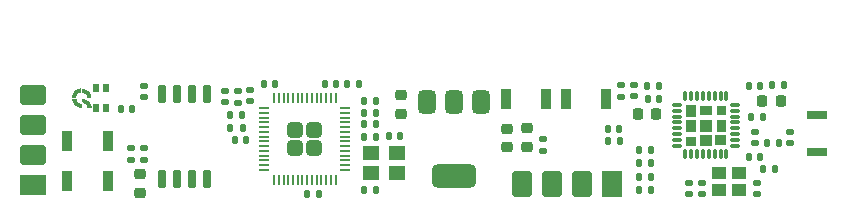
<source format=gbr>
%TF.GenerationSoftware,KiCad,Pcbnew,8.0.4*%
%TF.CreationDate,2024-09-10T00:37:33+02:00*%
%TF.ProjectId,ESP32_PICO_LED,45535033-325f-4504-9943-4f5f4c45442e,rev?*%
%TF.SameCoordinates,Original*%
%TF.FileFunction,Paste,Top*%
%TF.FilePolarity,Positive*%
%FSLAX46Y46*%
G04 Gerber Fmt 4.6, Leading zero omitted, Abs format (unit mm)*
G04 Created by KiCad (PCBNEW 8.0.4) date 2024-09-10 00:37:33*
%MOMM*%
%LPD*%
G01*
G04 APERTURE LIST*
G04 Aperture macros list*
%AMRoundRect*
0 Rectangle with rounded corners*
0 $1 Rounding radius*
0 $2 $3 $4 $5 $6 $7 $8 $9 X,Y pos of 4 corners*
0 Add a 4 corners polygon primitive as box body*
4,1,4,$2,$3,$4,$5,$6,$7,$8,$9,$2,$3,0*
0 Add four circle primitives for the rounded corners*
1,1,$1+$1,$2,$3*
1,1,$1+$1,$4,$5*
1,1,$1+$1,$6,$7*
1,1,$1+$1,$8,$9*
0 Add four rect primitives between the rounded corners*
20,1,$1+$1,$2,$3,$4,$5,0*
20,1,$1+$1,$4,$5,$6,$7,0*
20,1,$1+$1,$6,$7,$8,$9,0*
20,1,$1+$1,$8,$9,$2,$3,0*%
%AMFreePoly0*
4,1,48,0.445355,0.365355,0.460000,0.330000,0.460000,0.080000,0.445355,0.044645,0.425811,0.032566,0.395811,0.022566,0.388220,0.020680,0.330185,0.011007,0.297451,0.002824,0.262361,-0.014721,0.206394,-0.042704,0.172840,-0.067870,0.145355,-0.095355,0.100090,-0.140619,0.065404,-0.201320,0.038048,-0.274269,0.018809,-0.360847,-0.003156,-0.392183,-0.030000,-0.400000,-0.280000,-0.400000,
-0.315355,-0.385355,-0.330000,-0.350000,-0.329320,-0.341780,-0.299320,-0.161780,-0.296816,-0.152444,-0.266816,-0.072444,-0.264721,-0.067639,-0.244721,-0.027639,-0.240000,-0.020000,-0.210837,0.018884,-0.151603,0.107735,-0.145355,0.115355,-0.065355,0.195355,-0.061235,0.199043,-0.011235,0.239043,-0.005725,0.242875,0.044275,0.272875,0.047639,0.274721,0.127639,0.314721,0.130304,0.315957,
0.200304,0.345957,0.204189,0.347434,0.264189,0.367434,0.271780,0.369320,0.331780,0.379320,0.340000,0.380000,0.410000,0.380000,0.445355,0.365355,0.445355,0.365355,$1*%
%AMFreePoly1*
4,1,46,-0.054645,0.445355,-0.042566,0.425811,-0.032566,0.395811,-0.030680,0.388220,-0.021007,0.330185,-0.012824,0.297451,0.004721,0.262361,0.032704,0.206394,0.057870,0.172840,0.085355,0.145355,0.130619,0.100090,0.191320,0.065404,0.264269,0.038048,0.350847,0.018809,0.382183,-0.003156,0.390000,-0.030000,0.390000,-0.280000,0.375355,-0.315355,0.340000,-0.330000,0.331780,-0.329320,
0.151780,-0.299320,0.140304,-0.295957,0.070885,-0.266206,0.021430,-0.246424,0.010000,-0.240000,-0.028884,-0.210837,-0.117735,-0.151603,-0.125355,-0.145355,-0.205355,-0.065355,-0.209043,-0.061235,-0.249043,-0.011235,-0.252875,-0.005725,-0.282875,0.044275,-0.284721,0.047639,-0.324721,0.127639,-0.325957,0.130304,-0.355957,0.200304,-0.359320,0.211780,-0.368675,0.267914,-0.387434,0.324189,
-0.390000,0.340000,-0.390000,0.410000,-0.375355,0.445355,-0.340000,0.460000,-0.090000,0.460000,-0.054645,0.445355,-0.054645,0.445355,$1*%
%AMFreePoly2*
4,1,49,-0.331780,0.329320,-0.212320,0.309410,-0.142929,0.299497,-0.130304,0.295957,-0.060304,0.265957,-0.057639,0.264721,-0.017639,0.244721,-0.010000,0.240000,0.028884,0.210837,0.117735,0.151603,0.125355,0.145355,0.205355,0.065355,0.209043,0.061235,0.249043,0.011235,0.252875,0.005725,0.281550,-0.042066,0.310000,-0.080000,0.318507,-0.097873,0.327535,-0.133987,0.355957,-0.200304,
0.357434,-0.204189,0.377434,-0.264189,0.379320,-0.271780,0.389320,-0.331780,0.390000,-0.340000,0.390000,-0.410000,0.375355,-0.445355,0.340000,-0.460000,0.090000,-0.460000,0.054645,-0.445355,0.042566,-0.425811,0.032566,-0.395811,0.030680,-0.388220,0.021007,-0.330185,0.011493,-0.292127,0.003593,-0.260530,-0.030837,-0.208884,-0.057870,-0.172840,-0.085355,-0.145355,-0.130619,-0.100090,
-0.191320,-0.065404,-0.264886,-0.037817,-0.342127,-0.018507,-0.372875,0.004275,-0.379960,0.028002,-0.389960,0.278002,-0.376740,0.313914,-0.341998,0.329960,-0.331780,0.329320,-0.331780,0.329320,$1*%
%AMFreePoly3*
4,1,48,0.315355,0.375355,0.330000,0.340000,0.329320,0.331780,0.299320,0.151780,0.296816,0.142444,0.266816,0.062444,0.264721,0.057639,0.244721,0.017639,0.240000,0.010000,0.210837,-0.028884,0.151603,-0.117735,0.145355,-0.125355,0.065355,-0.205355,0.061235,-0.209043,0.011235,-0.249043,0.005725,-0.252875,-0.044275,-0.282875,-0.047639,-0.284721,-0.127639,-0.324721,-0.130304,-0.325957,
-0.200304,-0.355957,-0.204189,-0.357434,-0.264189,-0.377434,-0.271780,-0.379320,-0.331780,-0.389320,-0.340000,-0.390000,-0.410000,-0.390000,-0.445355,-0.375355,-0.460000,-0.340000,-0.460000,-0.090000,-0.445355,-0.054645,-0.425811,-0.042566,-0.395811,-0.032566,-0.388220,-0.030680,-0.330185,-0.021007,-0.297451,-0.012824,-0.262361,0.004721,-0.206394,0.032704,-0.172840,0.057870,-0.145355,0.085355,
-0.100090,0.130619,-0.065404,0.191320,-0.038048,0.264269,-0.018809,0.350847,0.003156,0.382183,0.030000,0.390000,0.280000,0.390000,0.315355,0.375355,0.315355,0.375355,$1*%
G04 Aperture macros list end*
%ADD10C,0.010000*%
%ADD11R,1.150000X1.000000*%
%ADD12R,0.900000X1.700000*%
%ADD13RoundRect,0.150000X0.150000X-0.650000X0.150000X0.650000X-0.150000X0.650000X-0.150000X-0.650000X0*%
%ADD14RoundRect,0.135000X-0.135000X-0.185000X0.135000X-0.185000X0.135000X0.185000X-0.135000X0.185000X0*%
%ADD15R,1.700000X2.200000*%
%ADD16RoundRect,0.300000X-0.550000X0.800000X-0.550000X-0.800000X0.550000X-0.800000X0.550000X0.800000X0*%
%ADD17RoundRect,0.218750X-0.256250X0.218750X-0.256250X-0.218750X0.256250X-0.218750X0.256250X0.218750X0*%
%ADD18RoundRect,0.135000X0.135000X0.185000X-0.135000X0.185000X-0.135000X-0.185000X0.135000X-0.185000X0*%
%ADD19RoundRect,0.218750X0.256250X-0.218750X0.256250X0.218750X-0.256250X0.218750X-0.256250X-0.218750X0*%
%ADD20RoundRect,0.135000X-0.185000X0.135000X-0.185000X-0.135000X0.185000X-0.135000X0.185000X0.135000X0*%
%ADD21RoundRect,0.140000X-0.140000X-0.170000X0.140000X-0.170000X0.140000X0.170000X-0.140000X0.170000X0*%
%ADD22R,0.530000X0.730000*%
%ADD23FreePoly0,270.000000*%
%ADD24FreePoly1,270.000000*%
%ADD25FreePoly2,270.000000*%
%ADD26FreePoly3,270.000000*%
%ADD27RoundRect,0.225000X0.225000X0.250000X-0.225000X0.250000X-0.225000X-0.250000X0.225000X-0.250000X0*%
%ADD28RoundRect,0.140000X0.170000X-0.140000X0.170000X0.140000X-0.170000X0.140000X-0.170000X-0.140000X0*%
%ADD29RoundRect,0.135000X0.185000X-0.135000X0.185000X0.135000X-0.185000X0.135000X-0.185000X-0.135000X0*%
%ADD30RoundRect,0.033750X0.371250X0.101250X-0.371250X0.101250X-0.371250X-0.101250X0.371250X-0.101250X0*%
%ADD31RoundRect,0.033750X0.101250X0.371250X-0.101250X0.371250X-0.101250X-0.371250X0.101250X-0.371250X0*%
%ADD32R,1.400000X1.200000*%
%ADD33R,2.200000X1.700000*%
%ADD34RoundRect,0.300000X0.800000X0.550000X-0.800000X0.550000X-0.800000X-0.550000X0.800000X-0.550000X0*%
%ADD35RoundRect,0.140000X0.140000X0.170000X-0.140000X0.170000X-0.140000X-0.170000X0.140000X-0.170000X0*%
%ADD36RoundRect,0.225000X-0.250000X0.225000X-0.250000X-0.225000X0.250000X-0.225000X0.250000X0.225000X0*%
%ADD37RoundRect,0.249999X0.395001X-0.395001X0.395001X0.395001X-0.395001X0.395001X-0.395001X-0.395001X0*%
%ADD38RoundRect,0.050000X0.050000X-0.387500X0.050000X0.387500X-0.050000X0.387500X-0.050000X-0.387500X0*%
%ADD39RoundRect,0.050000X0.387500X-0.050000X0.387500X0.050000X-0.387500X0.050000X-0.387500X-0.050000X0*%
%ADD40RoundRect,0.147500X-0.147500X-0.172500X0.147500X-0.172500X0.147500X0.172500X-0.147500X0.172500X0*%
%ADD41RoundRect,0.218750X0.218750X0.256250X-0.218750X0.256250X-0.218750X-0.256250X0.218750X-0.256250X0*%
%ADD42RoundRect,0.225000X0.250000X-0.225000X0.250000X0.225000X-0.250000X0.225000X-0.250000X-0.225000X0*%
%ADD43RoundRect,0.147500X0.172500X-0.147500X0.172500X0.147500X-0.172500X0.147500X-0.172500X-0.147500X0*%
%ADD44RoundRect,0.375000X-0.375000X0.625000X-0.375000X-0.625000X0.375000X-0.625000X0.375000X0.625000X0*%
%ADD45RoundRect,0.500000X-1.400000X0.500000X-1.400000X-0.500000X1.400000X-0.500000X1.400000X0.500000X0*%
%ADD46R,1.660000X0.800000*%
%ADD47RoundRect,0.140000X-0.170000X0.140000X-0.170000X-0.140000X0.170000X-0.140000X0.170000X0.140000X0*%
G04 APERTURE END LIST*
D10*
%TO.C,U5*%
X164650000Y-78950000D02*
X163950000Y-78950000D01*
X163950000Y-78050000D01*
X164650000Y-78050000D01*
X164650000Y-78950000D01*
G36*
X164650000Y-78950000D02*
G01*
X163950000Y-78950000D01*
X163950000Y-78050000D01*
X164650000Y-78050000D01*
X164650000Y-78950000D01*
G37*
X164650000Y-80200000D02*
X163950000Y-80200000D01*
X163950000Y-79300000D01*
X164650000Y-79300000D01*
X164650000Y-80200000D01*
G36*
X164650000Y-80200000D02*
G01*
X163950000Y-80200000D01*
X163950000Y-79300000D01*
X164650000Y-79300000D01*
X164650000Y-80200000D01*
G37*
X164700000Y-81400000D02*
X163900000Y-81400000D01*
X163900000Y-80700000D01*
X164700000Y-80700000D01*
X164700000Y-81400000D01*
G36*
X164700000Y-81400000D02*
G01*
X163900000Y-81400000D01*
X163900000Y-80700000D01*
X164700000Y-80700000D01*
X164700000Y-81400000D01*
G37*
X166050000Y-78800000D02*
X165150000Y-78800000D01*
X165150000Y-78100000D01*
X166050000Y-78100000D01*
X166050000Y-78800000D01*
G36*
X166050000Y-78800000D02*
G01*
X165150000Y-78800000D01*
X165150000Y-78100000D01*
X166050000Y-78100000D01*
X166050000Y-78800000D01*
G37*
X166050000Y-80200000D02*
X165150000Y-80200000D01*
X165150000Y-79300000D01*
X166050000Y-79300000D01*
X166050000Y-80200000D01*
G36*
X166050000Y-80200000D02*
G01*
X165150000Y-80200000D01*
X165150000Y-79300000D01*
X166050000Y-79300000D01*
X166050000Y-80200000D01*
G37*
X166050000Y-81400000D02*
X165150000Y-81400000D01*
X165150000Y-80600000D01*
X166050000Y-80600000D01*
X166050000Y-81400000D01*
G36*
X166050000Y-81400000D02*
G01*
X165150000Y-81400000D01*
X165150000Y-80600000D01*
X166050000Y-80600000D01*
X166050000Y-81400000D01*
G37*
X167200000Y-81350000D02*
X166400000Y-81350000D01*
X166400000Y-80550000D01*
X167200000Y-80550000D01*
X167200000Y-81350000D01*
G36*
X167200000Y-81350000D02*
G01*
X166400000Y-81350000D01*
X166400000Y-80550000D01*
X167200000Y-80550000D01*
X167200000Y-81350000D01*
G37*
X167250000Y-78800000D02*
X166550000Y-78800000D01*
X166550000Y-78100000D01*
X167250000Y-78100000D01*
X167250000Y-78800000D01*
G36*
X167250000Y-78800000D02*
G01*
X166550000Y-78800000D01*
X166550000Y-78100000D01*
X167250000Y-78100000D01*
X167250000Y-78800000D01*
G37*
X167250000Y-80200000D02*
X166550000Y-80200000D01*
X166550000Y-79300000D01*
X167250000Y-79300000D01*
X167250000Y-80200000D01*
G36*
X167250000Y-80200000D02*
G01*
X166550000Y-80200000D01*
X166550000Y-79300000D01*
X167250000Y-79300000D01*
X167250000Y-80200000D01*
G37*
%TD*%
D11*
%TO.C,Y2*%
X168425000Y-83800000D03*
X166675000Y-83800000D03*
X166675000Y-85200000D03*
X168425000Y-85200000D03*
%TD*%
D12*
%TO.C,SW1*%
X114950000Y-81100000D03*
X111550000Y-81100000D03*
%TD*%
D13*
%TO.C,U2*%
X119595000Y-84250000D03*
X120865000Y-84250000D03*
X122135000Y-84250000D03*
X123405000Y-84250000D03*
X123405000Y-77050000D03*
X122135000Y-77050000D03*
X120865000Y-77050000D03*
X119595000Y-77050000D03*
%TD*%
D14*
%TO.C,R1*%
X125355000Y-79950000D03*
X126375000Y-79950000D03*
%TD*%
D15*
%TO.C,J2*%
X157620000Y-84680000D03*
D16*
X155080000Y-84680000D03*
X152540000Y-84680000D03*
X150000000Y-84680000D03*
%TD*%
D17*
%TO.C,D1*%
X117700000Y-83862500D03*
X117700000Y-85437500D03*
%TD*%
D18*
%TO.C,R2*%
X136240000Y-76230000D03*
X135220000Y-76230000D03*
%TD*%
D19*
%TO.C,D2*%
X150450000Y-81587500D03*
X150450000Y-80012500D03*
%TD*%
D18*
%TO.C,R9*%
X158310000Y-81030000D03*
X157290000Y-81030000D03*
%TD*%
D20*
%TO.C,R3*%
X125950000Y-76815000D03*
X125950000Y-77835000D03*
%TD*%
D21*
%TO.C,C6*%
X136700000Y-77680000D03*
X137660000Y-77680000D03*
%TD*%
D22*
%TO.C,U1*%
X114837500Y-76620000D03*
X114007500Y-76620000D03*
D23*
X113187500Y-76980000D03*
D24*
X112277500Y-77040000D03*
D25*
X113237500Y-77880000D03*
D26*
X112337500Y-77940000D03*
D22*
X114007500Y-78300000D03*
X114837500Y-78300000D03*
%TD*%
D27*
%TO.C,C19*%
X161380000Y-78770000D03*
X159830000Y-78770000D03*
%TD*%
D21*
%TO.C,C17*%
X157310000Y-80020000D03*
X158270000Y-80020000D03*
%TD*%
D28*
%TO.C,C25*%
X165250000Y-85580000D03*
X165250000Y-84620000D03*
%TD*%
D14*
%TO.C,R17*%
X171240000Y-76350000D03*
X172260000Y-76350000D03*
%TD*%
D29*
%TO.C,R15*%
X158450000Y-77310000D03*
X158450000Y-76290000D03*
%TD*%
D28*
%TO.C,C21*%
X169800000Y-81250000D03*
X169800000Y-80290000D03*
%TD*%
D20*
%TO.C,R6*%
X116950000Y-81650000D03*
X116950000Y-82670000D03*
%TD*%
D21*
%TO.C,C9*%
X128180000Y-76230000D03*
X129140000Y-76230000D03*
%TD*%
%TO.C,C24*%
X169250000Y-82400000D03*
X170210000Y-82400000D03*
%TD*%
D28*
%TO.C,C14*%
X159550000Y-77280000D03*
X159550000Y-76320000D03*
%TD*%
D12*
%TO.C,SW3*%
X148700000Y-77475000D03*
X152100000Y-77475000D03*
%TD*%
D21*
%TO.C,C1*%
X136690000Y-78680000D03*
X137650000Y-78680000D03*
%TD*%
%TO.C,C3*%
X136690000Y-79670000D03*
X137650000Y-79670000D03*
%TD*%
D28*
%TO.C,C23*%
X169950000Y-85580000D03*
X169950000Y-84620000D03*
%TD*%
D30*
%TO.C,U5*%
X168050000Y-81500000D03*
X168050000Y-81000000D03*
X168050000Y-80500000D03*
X168050000Y-80000000D03*
X168050000Y-79500000D03*
X168050000Y-79000000D03*
X168050000Y-78500000D03*
X168050000Y-78000000D03*
D31*
X167350000Y-77300000D03*
X166850000Y-77300000D03*
X166350000Y-77300000D03*
X165850000Y-77300000D03*
X165350000Y-77300000D03*
X164850000Y-77300000D03*
X164350000Y-77300000D03*
X163850000Y-77300000D03*
D30*
X163150000Y-78000000D03*
X163150000Y-78500000D03*
X163150000Y-79000000D03*
X163150000Y-79500000D03*
X163150000Y-80000000D03*
X163150000Y-80500000D03*
X163150000Y-81000000D03*
X163150000Y-81500000D03*
D31*
X163850000Y-82200000D03*
X164350000Y-82200000D03*
X164850000Y-82200000D03*
X165350000Y-82200000D03*
X165850000Y-82200000D03*
X166350000Y-82200000D03*
X166850000Y-82200000D03*
X167350000Y-82200000D03*
%TD*%
D21*
%TO.C,C8*%
X136700000Y-85250000D03*
X137660000Y-85250000D03*
%TD*%
D32*
%TO.C,Y1*%
X137280000Y-83780000D03*
X139480000Y-83780000D03*
X139480000Y-82080000D03*
X137280000Y-82080000D03*
%TD*%
D14*
%TO.C,R8*%
X159940000Y-84125000D03*
X160960000Y-84125000D03*
%TD*%
D33*
%TO.C,J1*%
X108650000Y-84755000D03*
D34*
X108650000Y-82215000D03*
X108650000Y-79675000D03*
X108650000Y-77135000D03*
%TD*%
D35*
%TO.C,C4*%
X126670000Y-80970000D03*
X125710000Y-80970000D03*
%TD*%
D14*
%TO.C,R10*%
X159940000Y-85250000D03*
X160960000Y-85250000D03*
%TD*%
%TO.C,R11*%
X159950000Y-82975000D03*
X160970000Y-82975000D03*
%TD*%
D36*
%TO.C,C15*%
X139760000Y-77215000D03*
X139760000Y-78765000D03*
%TD*%
D28*
%TO.C,C7*%
X124925000Y-77805000D03*
X124925000Y-76845000D03*
%TD*%
D21*
%TO.C,C5*%
X133330000Y-76230000D03*
X134290000Y-76230000D03*
%TD*%
D37*
%TO.C,U3*%
X130850000Y-81700000D03*
X132450000Y-81700000D03*
X130850000Y-80100000D03*
X132450000Y-80100000D03*
D38*
X129050000Y-84337500D03*
X129450000Y-84337500D03*
X129850000Y-84337500D03*
X130250000Y-84337500D03*
X130650000Y-84337500D03*
X131050000Y-84337500D03*
X131450000Y-84337500D03*
X131850000Y-84337500D03*
X132250000Y-84337500D03*
X132650000Y-84337500D03*
X133050000Y-84337500D03*
X133450000Y-84337500D03*
X133850000Y-84337500D03*
X134250000Y-84337500D03*
D39*
X135087500Y-83500000D03*
X135087500Y-83100000D03*
X135087500Y-82700000D03*
X135087500Y-82300000D03*
X135087500Y-81900000D03*
X135087500Y-81500000D03*
X135087500Y-81100000D03*
X135087500Y-80700000D03*
X135087500Y-80300000D03*
X135087500Y-79900000D03*
X135087500Y-79500000D03*
X135087500Y-79100000D03*
X135087500Y-78700000D03*
X135087500Y-78300000D03*
D38*
X134250000Y-77462500D03*
X133850000Y-77462500D03*
X133450000Y-77462500D03*
X133050000Y-77462500D03*
X132650000Y-77462500D03*
X132250000Y-77462500D03*
X131850000Y-77462500D03*
X131450000Y-77462500D03*
X131050000Y-77462500D03*
X130650000Y-77462500D03*
X130250000Y-77462500D03*
X129850000Y-77462500D03*
X129450000Y-77462500D03*
X129050000Y-77462500D03*
D39*
X128212500Y-78300000D03*
X128212500Y-78700000D03*
X128212500Y-79100000D03*
X128212500Y-79500000D03*
X128212500Y-79900000D03*
X128212500Y-80300000D03*
X128212500Y-80700000D03*
X128212500Y-81100000D03*
X128212500Y-81500000D03*
X128212500Y-81900000D03*
X128212500Y-82300000D03*
X128212500Y-82700000D03*
X128212500Y-83100000D03*
X128212500Y-83500000D03*
%TD*%
D40*
%TO.C,L2*%
X170790000Y-81200000D03*
X171760000Y-81200000D03*
%TD*%
D21*
%TO.C,C20*%
X169260000Y-76400000D03*
X170220000Y-76400000D03*
%TD*%
D41*
%TO.C,D3*%
X171962500Y-77710000D03*
X170387500Y-77710000D03*
%TD*%
D35*
%TO.C,C16*%
X161650000Y-77500000D03*
X160690000Y-77500000D03*
%TD*%
D14*
%TO.C,R5*%
X125340000Y-78875000D03*
X126360000Y-78875000D03*
%TD*%
%TO.C,R12*%
X160640000Y-76400000D03*
X161660000Y-76400000D03*
%TD*%
D18*
%TO.C,R16*%
X170450000Y-79025000D03*
X169430000Y-79025000D03*
%TD*%
%TO.C,R4*%
X137700000Y-80700000D03*
X136680000Y-80700000D03*
%TD*%
D14*
%TO.C,R13*%
X159940000Y-81875000D03*
X160960000Y-81875000D03*
%TD*%
D28*
%TO.C,C22*%
X172750000Y-81230000D03*
X172750000Y-80270000D03*
%TD*%
D20*
%TO.C,R14*%
X151850000Y-80880000D03*
X151850000Y-81900000D03*
%TD*%
D28*
%TO.C,C2*%
X126975000Y-77705000D03*
X126975000Y-76745000D03*
%TD*%
D20*
%TO.C,R7*%
X118000000Y-81640000D03*
X118000000Y-82660000D03*
%TD*%
D35*
%TO.C,C10*%
X132830000Y-85600000D03*
X131870000Y-85600000D03*
%TD*%
D42*
%TO.C,C18*%
X148750000Y-81575000D03*
X148750000Y-80025000D03*
%TD*%
D21*
%TO.C,C11*%
X138750000Y-80670000D03*
X139710000Y-80670000D03*
%TD*%
%TO.C,C26*%
X170470000Y-83400000D03*
X171430000Y-83400000D03*
%TD*%
D43*
%TO.C,L1*%
X164150000Y-85585000D03*
X164150000Y-84615000D03*
%TD*%
D44*
%TO.C,U4*%
X146560000Y-77740000D03*
X144260000Y-77740000D03*
D45*
X144260000Y-84040000D03*
D44*
X141960000Y-77740000D03*
%TD*%
D21*
%TO.C,C12*%
X116080000Y-78360000D03*
X117040000Y-78360000D03*
%TD*%
D12*
%TO.C,SW4*%
X157175000Y-77475000D03*
X153775000Y-77475000D03*
%TD*%
D46*
%TO.C,AE1*%
X175050000Y-82000000D03*
X175050000Y-78900000D03*
%TD*%
D47*
%TO.C,C13*%
X118050000Y-76420000D03*
X118050000Y-77380000D03*
%TD*%
D12*
%TO.C,SW2*%
X114950000Y-84500000D03*
X111550000Y-84500000D03*
%TD*%
M02*

</source>
